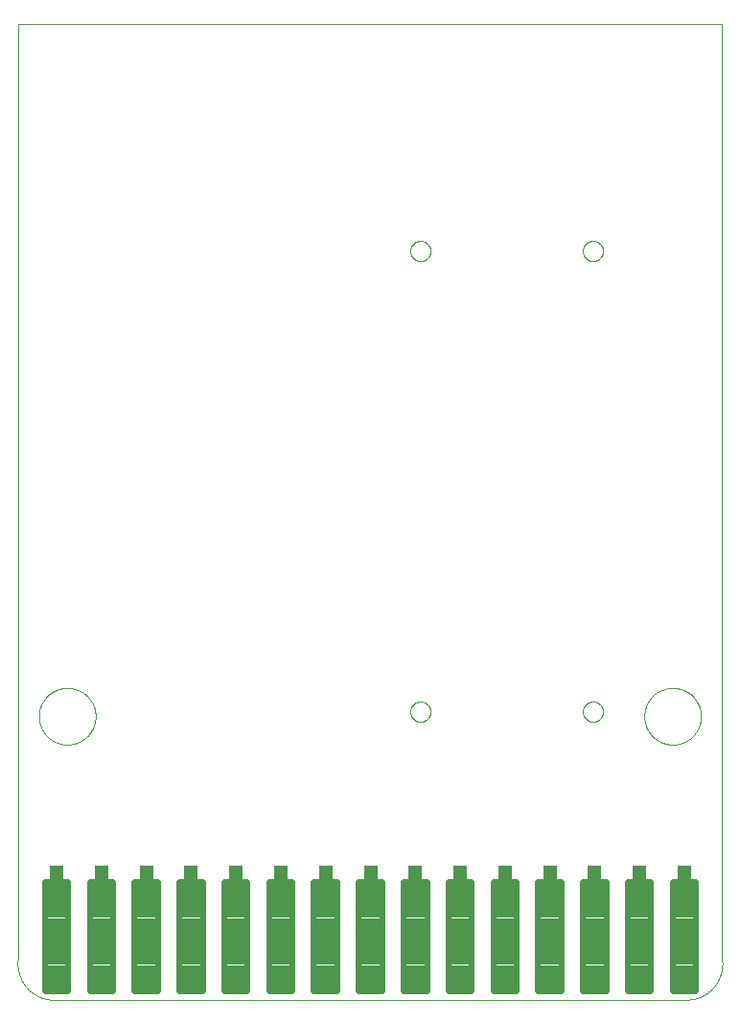
<source format=gtp>
G75*
%MOIN*%
%OFA0B0*%
%FSLAX25Y25*%
%IPPOS*%
%LPD*%
%AMOC8*
5,1,8,0,0,1.08239X$1,22.5*
%
%ADD10C,0.00000*%
%ADD11R,0.05000X0.05000*%
%ADD12C,0.02047*%
D10*
X0067595Y0047713D02*
X0067595Y0372634D01*
X0312516Y0372634D01*
X0312516Y0047713D01*
X0312517Y0047713D02*
X0312543Y0047410D01*
X0312563Y0047106D01*
X0312574Y0046802D01*
X0312579Y0046498D01*
X0312576Y0046194D01*
X0312566Y0045889D01*
X0312548Y0045586D01*
X0312524Y0045282D01*
X0312491Y0044980D01*
X0312452Y0044678D01*
X0312405Y0044377D01*
X0312351Y0044078D01*
X0312290Y0043780D01*
X0312221Y0043483D01*
X0312146Y0043189D01*
X0312063Y0042896D01*
X0311973Y0042605D01*
X0311877Y0042317D01*
X0311773Y0042030D01*
X0311663Y0041747D01*
X0311545Y0041466D01*
X0311421Y0041188D01*
X0311290Y0040914D01*
X0311153Y0040642D01*
X0311009Y0040374D01*
X0310859Y0040109D01*
X0310702Y0039849D01*
X0310539Y0039592D01*
X0310370Y0039339D01*
X0310195Y0039090D01*
X0310013Y0038845D01*
X0309826Y0038605D01*
X0309634Y0038370D01*
X0309435Y0038139D01*
X0309231Y0037913D01*
X0309022Y0037692D01*
X0308808Y0037477D01*
X0308588Y0037266D01*
X0308363Y0037061D01*
X0308133Y0036861D01*
X0307899Y0036667D01*
X0307660Y0036479D01*
X0307417Y0036296D01*
X0307169Y0036120D01*
X0306917Y0035949D01*
X0306661Y0035785D01*
X0306401Y0035627D01*
X0306137Y0035475D01*
X0305870Y0035330D01*
X0305599Y0035191D01*
X0305325Y0035058D01*
X0305048Y0034933D01*
X0304768Y0034814D01*
X0304485Y0034702D01*
X0304199Y0034596D01*
X0303911Y0034498D01*
X0303621Y0034407D01*
X0303329Y0034322D01*
X0303034Y0034245D01*
X0302738Y0034175D01*
X0302440Y0034112D01*
X0302141Y0034057D01*
X0301841Y0034008D01*
X0301539Y0033967D01*
X0301237Y0033933D01*
X0078875Y0033933D01*
X0078568Y0033968D01*
X0078262Y0034010D01*
X0077957Y0034059D01*
X0077653Y0034116D01*
X0077351Y0034180D01*
X0077050Y0034252D01*
X0076751Y0034331D01*
X0076455Y0034418D01*
X0076160Y0034512D01*
X0075868Y0034612D01*
X0075578Y0034720D01*
X0075292Y0034836D01*
X0075008Y0034958D01*
X0074727Y0035087D01*
X0074449Y0035223D01*
X0074175Y0035365D01*
X0073905Y0035515D01*
X0073638Y0035671D01*
X0073375Y0035833D01*
X0073116Y0036002D01*
X0072861Y0036177D01*
X0072611Y0036358D01*
X0072365Y0036546D01*
X0072124Y0036739D01*
X0071888Y0036939D01*
X0071657Y0037144D01*
X0071431Y0037354D01*
X0071210Y0037570D01*
X0070994Y0037792D01*
X0070784Y0038018D01*
X0070580Y0038250D01*
X0070381Y0038487D01*
X0070188Y0038729D01*
X0070002Y0038975D01*
X0069821Y0039225D01*
X0069646Y0039480D01*
X0069478Y0039740D01*
X0069316Y0040003D01*
X0069161Y0040270D01*
X0069012Y0040541D01*
X0068870Y0040816D01*
X0068735Y0041094D01*
X0068607Y0041375D01*
X0068485Y0041659D01*
X0068371Y0041946D01*
X0068264Y0042236D01*
X0068164Y0042528D01*
X0068071Y0042823D01*
X0067985Y0043120D01*
X0067907Y0043419D01*
X0067835Y0043720D01*
X0067772Y0044022D01*
X0067716Y0044326D01*
X0067667Y0044631D01*
X0067626Y0044937D01*
X0067592Y0045245D01*
X0067566Y0045553D01*
X0067547Y0045861D01*
X0067536Y0046170D01*
X0067533Y0046479D01*
X0067537Y0046788D01*
X0067549Y0047097D01*
X0067568Y0047405D01*
X0067595Y0047713D01*
X0074937Y0132358D02*
X0074940Y0132600D01*
X0074949Y0132841D01*
X0074964Y0133082D01*
X0074984Y0133323D01*
X0075011Y0133563D01*
X0075044Y0133802D01*
X0075082Y0134041D01*
X0075126Y0134278D01*
X0075176Y0134515D01*
X0075232Y0134750D01*
X0075294Y0134983D01*
X0075361Y0135215D01*
X0075434Y0135446D01*
X0075512Y0135674D01*
X0075597Y0135900D01*
X0075686Y0136125D01*
X0075781Y0136347D01*
X0075882Y0136566D01*
X0075988Y0136784D01*
X0076099Y0136998D01*
X0076216Y0137210D01*
X0076337Y0137418D01*
X0076464Y0137624D01*
X0076596Y0137826D01*
X0076733Y0138026D01*
X0076874Y0138221D01*
X0077020Y0138414D01*
X0077171Y0138602D01*
X0077327Y0138787D01*
X0077487Y0138968D01*
X0077651Y0139145D01*
X0077820Y0139318D01*
X0077993Y0139487D01*
X0078170Y0139651D01*
X0078351Y0139811D01*
X0078536Y0139967D01*
X0078724Y0140118D01*
X0078917Y0140264D01*
X0079112Y0140405D01*
X0079312Y0140542D01*
X0079514Y0140674D01*
X0079720Y0140801D01*
X0079928Y0140922D01*
X0080140Y0141039D01*
X0080354Y0141150D01*
X0080572Y0141256D01*
X0080791Y0141357D01*
X0081013Y0141452D01*
X0081238Y0141541D01*
X0081464Y0141626D01*
X0081692Y0141704D01*
X0081923Y0141777D01*
X0082155Y0141844D01*
X0082388Y0141906D01*
X0082623Y0141962D01*
X0082860Y0142012D01*
X0083097Y0142056D01*
X0083336Y0142094D01*
X0083575Y0142127D01*
X0083815Y0142154D01*
X0084056Y0142174D01*
X0084297Y0142189D01*
X0084538Y0142198D01*
X0084780Y0142201D01*
X0085022Y0142198D01*
X0085263Y0142189D01*
X0085504Y0142174D01*
X0085745Y0142154D01*
X0085985Y0142127D01*
X0086224Y0142094D01*
X0086463Y0142056D01*
X0086700Y0142012D01*
X0086937Y0141962D01*
X0087172Y0141906D01*
X0087405Y0141844D01*
X0087637Y0141777D01*
X0087868Y0141704D01*
X0088096Y0141626D01*
X0088322Y0141541D01*
X0088547Y0141452D01*
X0088769Y0141357D01*
X0088988Y0141256D01*
X0089206Y0141150D01*
X0089420Y0141039D01*
X0089632Y0140922D01*
X0089840Y0140801D01*
X0090046Y0140674D01*
X0090248Y0140542D01*
X0090448Y0140405D01*
X0090643Y0140264D01*
X0090836Y0140118D01*
X0091024Y0139967D01*
X0091209Y0139811D01*
X0091390Y0139651D01*
X0091567Y0139487D01*
X0091740Y0139318D01*
X0091909Y0139145D01*
X0092073Y0138968D01*
X0092233Y0138787D01*
X0092389Y0138602D01*
X0092540Y0138414D01*
X0092686Y0138221D01*
X0092827Y0138026D01*
X0092964Y0137826D01*
X0093096Y0137624D01*
X0093223Y0137418D01*
X0093344Y0137210D01*
X0093461Y0136998D01*
X0093572Y0136784D01*
X0093678Y0136566D01*
X0093779Y0136347D01*
X0093874Y0136125D01*
X0093963Y0135900D01*
X0094048Y0135674D01*
X0094126Y0135446D01*
X0094199Y0135215D01*
X0094266Y0134983D01*
X0094328Y0134750D01*
X0094384Y0134515D01*
X0094434Y0134278D01*
X0094478Y0134041D01*
X0094516Y0133802D01*
X0094549Y0133563D01*
X0094576Y0133323D01*
X0094596Y0133082D01*
X0094611Y0132841D01*
X0094620Y0132600D01*
X0094623Y0132358D01*
X0094620Y0132116D01*
X0094611Y0131875D01*
X0094596Y0131634D01*
X0094576Y0131393D01*
X0094549Y0131153D01*
X0094516Y0130914D01*
X0094478Y0130675D01*
X0094434Y0130438D01*
X0094384Y0130201D01*
X0094328Y0129966D01*
X0094266Y0129733D01*
X0094199Y0129501D01*
X0094126Y0129270D01*
X0094048Y0129042D01*
X0093963Y0128816D01*
X0093874Y0128591D01*
X0093779Y0128369D01*
X0093678Y0128150D01*
X0093572Y0127932D01*
X0093461Y0127718D01*
X0093344Y0127506D01*
X0093223Y0127298D01*
X0093096Y0127092D01*
X0092964Y0126890D01*
X0092827Y0126690D01*
X0092686Y0126495D01*
X0092540Y0126302D01*
X0092389Y0126114D01*
X0092233Y0125929D01*
X0092073Y0125748D01*
X0091909Y0125571D01*
X0091740Y0125398D01*
X0091567Y0125229D01*
X0091390Y0125065D01*
X0091209Y0124905D01*
X0091024Y0124749D01*
X0090836Y0124598D01*
X0090643Y0124452D01*
X0090448Y0124311D01*
X0090248Y0124174D01*
X0090046Y0124042D01*
X0089840Y0123915D01*
X0089632Y0123794D01*
X0089420Y0123677D01*
X0089206Y0123566D01*
X0088988Y0123460D01*
X0088769Y0123359D01*
X0088547Y0123264D01*
X0088322Y0123175D01*
X0088096Y0123090D01*
X0087868Y0123012D01*
X0087637Y0122939D01*
X0087405Y0122872D01*
X0087172Y0122810D01*
X0086937Y0122754D01*
X0086700Y0122704D01*
X0086463Y0122660D01*
X0086224Y0122622D01*
X0085985Y0122589D01*
X0085745Y0122562D01*
X0085504Y0122542D01*
X0085263Y0122527D01*
X0085022Y0122518D01*
X0084780Y0122515D01*
X0084538Y0122518D01*
X0084297Y0122527D01*
X0084056Y0122542D01*
X0083815Y0122562D01*
X0083575Y0122589D01*
X0083336Y0122622D01*
X0083097Y0122660D01*
X0082860Y0122704D01*
X0082623Y0122754D01*
X0082388Y0122810D01*
X0082155Y0122872D01*
X0081923Y0122939D01*
X0081692Y0123012D01*
X0081464Y0123090D01*
X0081238Y0123175D01*
X0081013Y0123264D01*
X0080791Y0123359D01*
X0080572Y0123460D01*
X0080354Y0123566D01*
X0080140Y0123677D01*
X0079928Y0123794D01*
X0079720Y0123915D01*
X0079514Y0124042D01*
X0079312Y0124174D01*
X0079112Y0124311D01*
X0078917Y0124452D01*
X0078724Y0124598D01*
X0078536Y0124749D01*
X0078351Y0124905D01*
X0078170Y0125065D01*
X0077993Y0125229D01*
X0077820Y0125398D01*
X0077651Y0125571D01*
X0077487Y0125748D01*
X0077327Y0125929D01*
X0077171Y0126114D01*
X0077020Y0126302D01*
X0076874Y0126495D01*
X0076733Y0126690D01*
X0076596Y0126890D01*
X0076464Y0127092D01*
X0076337Y0127298D01*
X0076216Y0127506D01*
X0076099Y0127718D01*
X0075988Y0127932D01*
X0075882Y0128150D01*
X0075781Y0128369D01*
X0075686Y0128591D01*
X0075597Y0128816D01*
X0075512Y0129042D01*
X0075434Y0129270D01*
X0075361Y0129501D01*
X0075294Y0129733D01*
X0075232Y0129966D01*
X0075176Y0130201D01*
X0075126Y0130438D01*
X0075082Y0130675D01*
X0075044Y0130914D01*
X0075011Y0131153D01*
X0074984Y0131393D01*
X0074964Y0131634D01*
X0074949Y0131875D01*
X0074940Y0132116D01*
X0074937Y0132358D01*
X0204095Y0133933D02*
X0204097Y0134051D01*
X0204103Y0134169D01*
X0204113Y0134287D01*
X0204127Y0134404D01*
X0204145Y0134521D01*
X0204167Y0134638D01*
X0204192Y0134753D01*
X0204222Y0134867D01*
X0204256Y0134981D01*
X0204293Y0135093D01*
X0204334Y0135204D01*
X0204379Y0135313D01*
X0204427Y0135421D01*
X0204479Y0135527D01*
X0204535Y0135632D01*
X0204594Y0135734D01*
X0204656Y0135834D01*
X0204722Y0135932D01*
X0204791Y0136028D01*
X0204864Y0136122D01*
X0204939Y0136213D01*
X0205018Y0136301D01*
X0205099Y0136387D01*
X0205184Y0136470D01*
X0205271Y0136550D01*
X0205360Y0136627D01*
X0205453Y0136701D01*
X0205547Y0136771D01*
X0205644Y0136839D01*
X0205744Y0136903D01*
X0205845Y0136964D01*
X0205948Y0137021D01*
X0206054Y0137075D01*
X0206161Y0137126D01*
X0206269Y0137172D01*
X0206379Y0137215D01*
X0206491Y0137254D01*
X0206604Y0137290D01*
X0206718Y0137321D01*
X0206833Y0137349D01*
X0206948Y0137373D01*
X0207065Y0137393D01*
X0207182Y0137409D01*
X0207300Y0137421D01*
X0207418Y0137429D01*
X0207536Y0137433D01*
X0207654Y0137433D01*
X0207772Y0137429D01*
X0207890Y0137421D01*
X0208008Y0137409D01*
X0208125Y0137393D01*
X0208242Y0137373D01*
X0208357Y0137349D01*
X0208472Y0137321D01*
X0208586Y0137290D01*
X0208699Y0137254D01*
X0208811Y0137215D01*
X0208921Y0137172D01*
X0209029Y0137126D01*
X0209136Y0137075D01*
X0209242Y0137021D01*
X0209345Y0136964D01*
X0209446Y0136903D01*
X0209546Y0136839D01*
X0209643Y0136771D01*
X0209737Y0136701D01*
X0209830Y0136627D01*
X0209919Y0136550D01*
X0210006Y0136470D01*
X0210091Y0136387D01*
X0210172Y0136301D01*
X0210251Y0136213D01*
X0210326Y0136122D01*
X0210399Y0136028D01*
X0210468Y0135932D01*
X0210534Y0135834D01*
X0210596Y0135734D01*
X0210655Y0135632D01*
X0210711Y0135527D01*
X0210763Y0135421D01*
X0210811Y0135313D01*
X0210856Y0135204D01*
X0210897Y0135093D01*
X0210934Y0134981D01*
X0210968Y0134867D01*
X0210998Y0134753D01*
X0211023Y0134638D01*
X0211045Y0134521D01*
X0211063Y0134404D01*
X0211077Y0134287D01*
X0211087Y0134169D01*
X0211093Y0134051D01*
X0211095Y0133933D01*
X0211093Y0133815D01*
X0211087Y0133697D01*
X0211077Y0133579D01*
X0211063Y0133462D01*
X0211045Y0133345D01*
X0211023Y0133228D01*
X0210998Y0133113D01*
X0210968Y0132999D01*
X0210934Y0132885D01*
X0210897Y0132773D01*
X0210856Y0132662D01*
X0210811Y0132553D01*
X0210763Y0132445D01*
X0210711Y0132339D01*
X0210655Y0132234D01*
X0210596Y0132132D01*
X0210534Y0132032D01*
X0210468Y0131934D01*
X0210399Y0131838D01*
X0210326Y0131744D01*
X0210251Y0131653D01*
X0210172Y0131565D01*
X0210091Y0131479D01*
X0210006Y0131396D01*
X0209919Y0131316D01*
X0209830Y0131239D01*
X0209737Y0131165D01*
X0209643Y0131095D01*
X0209546Y0131027D01*
X0209446Y0130963D01*
X0209345Y0130902D01*
X0209242Y0130845D01*
X0209136Y0130791D01*
X0209029Y0130740D01*
X0208921Y0130694D01*
X0208811Y0130651D01*
X0208699Y0130612D01*
X0208586Y0130576D01*
X0208472Y0130545D01*
X0208357Y0130517D01*
X0208242Y0130493D01*
X0208125Y0130473D01*
X0208008Y0130457D01*
X0207890Y0130445D01*
X0207772Y0130437D01*
X0207654Y0130433D01*
X0207536Y0130433D01*
X0207418Y0130437D01*
X0207300Y0130445D01*
X0207182Y0130457D01*
X0207065Y0130473D01*
X0206948Y0130493D01*
X0206833Y0130517D01*
X0206718Y0130545D01*
X0206604Y0130576D01*
X0206491Y0130612D01*
X0206379Y0130651D01*
X0206269Y0130694D01*
X0206161Y0130740D01*
X0206054Y0130791D01*
X0205948Y0130845D01*
X0205845Y0130902D01*
X0205744Y0130963D01*
X0205644Y0131027D01*
X0205547Y0131095D01*
X0205453Y0131165D01*
X0205360Y0131239D01*
X0205271Y0131316D01*
X0205184Y0131396D01*
X0205099Y0131479D01*
X0205018Y0131565D01*
X0204939Y0131653D01*
X0204864Y0131744D01*
X0204791Y0131838D01*
X0204722Y0131934D01*
X0204656Y0132032D01*
X0204594Y0132132D01*
X0204535Y0132234D01*
X0204479Y0132339D01*
X0204427Y0132445D01*
X0204379Y0132553D01*
X0204334Y0132662D01*
X0204293Y0132773D01*
X0204256Y0132885D01*
X0204222Y0132999D01*
X0204192Y0133113D01*
X0204167Y0133228D01*
X0204145Y0133345D01*
X0204127Y0133462D01*
X0204113Y0133579D01*
X0204103Y0133697D01*
X0204097Y0133815D01*
X0204095Y0133933D01*
X0264095Y0133933D02*
X0264097Y0134051D01*
X0264103Y0134169D01*
X0264113Y0134287D01*
X0264127Y0134404D01*
X0264145Y0134521D01*
X0264167Y0134638D01*
X0264192Y0134753D01*
X0264222Y0134867D01*
X0264256Y0134981D01*
X0264293Y0135093D01*
X0264334Y0135204D01*
X0264379Y0135313D01*
X0264427Y0135421D01*
X0264479Y0135527D01*
X0264535Y0135632D01*
X0264594Y0135734D01*
X0264656Y0135834D01*
X0264722Y0135932D01*
X0264791Y0136028D01*
X0264864Y0136122D01*
X0264939Y0136213D01*
X0265018Y0136301D01*
X0265099Y0136387D01*
X0265184Y0136470D01*
X0265271Y0136550D01*
X0265360Y0136627D01*
X0265453Y0136701D01*
X0265547Y0136771D01*
X0265644Y0136839D01*
X0265744Y0136903D01*
X0265845Y0136964D01*
X0265948Y0137021D01*
X0266054Y0137075D01*
X0266161Y0137126D01*
X0266269Y0137172D01*
X0266379Y0137215D01*
X0266491Y0137254D01*
X0266604Y0137290D01*
X0266718Y0137321D01*
X0266833Y0137349D01*
X0266948Y0137373D01*
X0267065Y0137393D01*
X0267182Y0137409D01*
X0267300Y0137421D01*
X0267418Y0137429D01*
X0267536Y0137433D01*
X0267654Y0137433D01*
X0267772Y0137429D01*
X0267890Y0137421D01*
X0268008Y0137409D01*
X0268125Y0137393D01*
X0268242Y0137373D01*
X0268357Y0137349D01*
X0268472Y0137321D01*
X0268586Y0137290D01*
X0268699Y0137254D01*
X0268811Y0137215D01*
X0268921Y0137172D01*
X0269029Y0137126D01*
X0269136Y0137075D01*
X0269242Y0137021D01*
X0269345Y0136964D01*
X0269446Y0136903D01*
X0269546Y0136839D01*
X0269643Y0136771D01*
X0269737Y0136701D01*
X0269830Y0136627D01*
X0269919Y0136550D01*
X0270006Y0136470D01*
X0270091Y0136387D01*
X0270172Y0136301D01*
X0270251Y0136213D01*
X0270326Y0136122D01*
X0270399Y0136028D01*
X0270468Y0135932D01*
X0270534Y0135834D01*
X0270596Y0135734D01*
X0270655Y0135632D01*
X0270711Y0135527D01*
X0270763Y0135421D01*
X0270811Y0135313D01*
X0270856Y0135204D01*
X0270897Y0135093D01*
X0270934Y0134981D01*
X0270968Y0134867D01*
X0270998Y0134753D01*
X0271023Y0134638D01*
X0271045Y0134521D01*
X0271063Y0134404D01*
X0271077Y0134287D01*
X0271087Y0134169D01*
X0271093Y0134051D01*
X0271095Y0133933D01*
X0271093Y0133815D01*
X0271087Y0133697D01*
X0271077Y0133579D01*
X0271063Y0133462D01*
X0271045Y0133345D01*
X0271023Y0133228D01*
X0270998Y0133113D01*
X0270968Y0132999D01*
X0270934Y0132885D01*
X0270897Y0132773D01*
X0270856Y0132662D01*
X0270811Y0132553D01*
X0270763Y0132445D01*
X0270711Y0132339D01*
X0270655Y0132234D01*
X0270596Y0132132D01*
X0270534Y0132032D01*
X0270468Y0131934D01*
X0270399Y0131838D01*
X0270326Y0131744D01*
X0270251Y0131653D01*
X0270172Y0131565D01*
X0270091Y0131479D01*
X0270006Y0131396D01*
X0269919Y0131316D01*
X0269830Y0131239D01*
X0269737Y0131165D01*
X0269643Y0131095D01*
X0269546Y0131027D01*
X0269446Y0130963D01*
X0269345Y0130902D01*
X0269242Y0130845D01*
X0269136Y0130791D01*
X0269029Y0130740D01*
X0268921Y0130694D01*
X0268811Y0130651D01*
X0268699Y0130612D01*
X0268586Y0130576D01*
X0268472Y0130545D01*
X0268357Y0130517D01*
X0268242Y0130493D01*
X0268125Y0130473D01*
X0268008Y0130457D01*
X0267890Y0130445D01*
X0267772Y0130437D01*
X0267654Y0130433D01*
X0267536Y0130433D01*
X0267418Y0130437D01*
X0267300Y0130445D01*
X0267182Y0130457D01*
X0267065Y0130473D01*
X0266948Y0130493D01*
X0266833Y0130517D01*
X0266718Y0130545D01*
X0266604Y0130576D01*
X0266491Y0130612D01*
X0266379Y0130651D01*
X0266269Y0130694D01*
X0266161Y0130740D01*
X0266054Y0130791D01*
X0265948Y0130845D01*
X0265845Y0130902D01*
X0265744Y0130963D01*
X0265644Y0131027D01*
X0265547Y0131095D01*
X0265453Y0131165D01*
X0265360Y0131239D01*
X0265271Y0131316D01*
X0265184Y0131396D01*
X0265099Y0131479D01*
X0265018Y0131565D01*
X0264939Y0131653D01*
X0264864Y0131744D01*
X0264791Y0131838D01*
X0264722Y0131934D01*
X0264656Y0132032D01*
X0264594Y0132132D01*
X0264535Y0132234D01*
X0264479Y0132339D01*
X0264427Y0132445D01*
X0264379Y0132553D01*
X0264334Y0132662D01*
X0264293Y0132773D01*
X0264256Y0132885D01*
X0264222Y0132999D01*
X0264192Y0133113D01*
X0264167Y0133228D01*
X0264145Y0133345D01*
X0264127Y0133462D01*
X0264113Y0133579D01*
X0264103Y0133697D01*
X0264097Y0133815D01*
X0264095Y0133933D01*
X0285488Y0132358D02*
X0285491Y0132600D01*
X0285500Y0132841D01*
X0285515Y0133082D01*
X0285535Y0133323D01*
X0285562Y0133563D01*
X0285595Y0133802D01*
X0285633Y0134041D01*
X0285677Y0134278D01*
X0285727Y0134515D01*
X0285783Y0134750D01*
X0285845Y0134983D01*
X0285912Y0135215D01*
X0285985Y0135446D01*
X0286063Y0135674D01*
X0286148Y0135900D01*
X0286237Y0136125D01*
X0286332Y0136347D01*
X0286433Y0136566D01*
X0286539Y0136784D01*
X0286650Y0136998D01*
X0286767Y0137210D01*
X0286888Y0137418D01*
X0287015Y0137624D01*
X0287147Y0137826D01*
X0287284Y0138026D01*
X0287425Y0138221D01*
X0287571Y0138414D01*
X0287722Y0138602D01*
X0287878Y0138787D01*
X0288038Y0138968D01*
X0288202Y0139145D01*
X0288371Y0139318D01*
X0288544Y0139487D01*
X0288721Y0139651D01*
X0288902Y0139811D01*
X0289087Y0139967D01*
X0289275Y0140118D01*
X0289468Y0140264D01*
X0289663Y0140405D01*
X0289863Y0140542D01*
X0290065Y0140674D01*
X0290271Y0140801D01*
X0290479Y0140922D01*
X0290691Y0141039D01*
X0290905Y0141150D01*
X0291123Y0141256D01*
X0291342Y0141357D01*
X0291564Y0141452D01*
X0291789Y0141541D01*
X0292015Y0141626D01*
X0292243Y0141704D01*
X0292474Y0141777D01*
X0292706Y0141844D01*
X0292939Y0141906D01*
X0293174Y0141962D01*
X0293411Y0142012D01*
X0293648Y0142056D01*
X0293887Y0142094D01*
X0294126Y0142127D01*
X0294366Y0142154D01*
X0294607Y0142174D01*
X0294848Y0142189D01*
X0295089Y0142198D01*
X0295331Y0142201D01*
X0295573Y0142198D01*
X0295814Y0142189D01*
X0296055Y0142174D01*
X0296296Y0142154D01*
X0296536Y0142127D01*
X0296775Y0142094D01*
X0297014Y0142056D01*
X0297251Y0142012D01*
X0297488Y0141962D01*
X0297723Y0141906D01*
X0297956Y0141844D01*
X0298188Y0141777D01*
X0298419Y0141704D01*
X0298647Y0141626D01*
X0298873Y0141541D01*
X0299098Y0141452D01*
X0299320Y0141357D01*
X0299539Y0141256D01*
X0299757Y0141150D01*
X0299971Y0141039D01*
X0300183Y0140922D01*
X0300391Y0140801D01*
X0300597Y0140674D01*
X0300799Y0140542D01*
X0300999Y0140405D01*
X0301194Y0140264D01*
X0301387Y0140118D01*
X0301575Y0139967D01*
X0301760Y0139811D01*
X0301941Y0139651D01*
X0302118Y0139487D01*
X0302291Y0139318D01*
X0302460Y0139145D01*
X0302624Y0138968D01*
X0302784Y0138787D01*
X0302940Y0138602D01*
X0303091Y0138414D01*
X0303237Y0138221D01*
X0303378Y0138026D01*
X0303515Y0137826D01*
X0303647Y0137624D01*
X0303774Y0137418D01*
X0303895Y0137210D01*
X0304012Y0136998D01*
X0304123Y0136784D01*
X0304229Y0136566D01*
X0304330Y0136347D01*
X0304425Y0136125D01*
X0304514Y0135900D01*
X0304599Y0135674D01*
X0304677Y0135446D01*
X0304750Y0135215D01*
X0304817Y0134983D01*
X0304879Y0134750D01*
X0304935Y0134515D01*
X0304985Y0134278D01*
X0305029Y0134041D01*
X0305067Y0133802D01*
X0305100Y0133563D01*
X0305127Y0133323D01*
X0305147Y0133082D01*
X0305162Y0132841D01*
X0305171Y0132600D01*
X0305174Y0132358D01*
X0305171Y0132116D01*
X0305162Y0131875D01*
X0305147Y0131634D01*
X0305127Y0131393D01*
X0305100Y0131153D01*
X0305067Y0130914D01*
X0305029Y0130675D01*
X0304985Y0130438D01*
X0304935Y0130201D01*
X0304879Y0129966D01*
X0304817Y0129733D01*
X0304750Y0129501D01*
X0304677Y0129270D01*
X0304599Y0129042D01*
X0304514Y0128816D01*
X0304425Y0128591D01*
X0304330Y0128369D01*
X0304229Y0128150D01*
X0304123Y0127932D01*
X0304012Y0127718D01*
X0303895Y0127506D01*
X0303774Y0127298D01*
X0303647Y0127092D01*
X0303515Y0126890D01*
X0303378Y0126690D01*
X0303237Y0126495D01*
X0303091Y0126302D01*
X0302940Y0126114D01*
X0302784Y0125929D01*
X0302624Y0125748D01*
X0302460Y0125571D01*
X0302291Y0125398D01*
X0302118Y0125229D01*
X0301941Y0125065D01*
X0301760Y0124905D01*
X0301575Y0124749D01*
X0301387Y0124598D01*
X0301194Y0124452D01*
X0300999Y0124311D01*
X0300799Y0124174D01*
X0300597Y0124042D01*
X0300391Y0123915D01*
X0300183Y0123794D01*
X0299971Y0123677D01*
X0299757Y0123566D01*
X0299539Y0123460D01*
X0299320Y0123359D01*
X0299098Y0123264D01*
X0298873Y0123175D01*
X0298647Y0123090D01*
X0298419Y0123012D01*
X0298188Y0122939D01*
X0297956Y0122872D01*
X0297723Y0122810D01*
X0297488Y0122754D01*
X0297251Y0122704D01*
X0297014Y0122660D01*
X0296775Y0122622D01*
X0296536Y0122589D01*
X0296296Y0122562D01*
X0296055Y0122542D01*
X0295814Y0122527D01*
X0295573Y0122518D01*
X0295331Y0122515D01*
X0295089Y0122518D01*
X0294848Y0122527D01*
X0294607Y0122542D01*
X0294366Y0122562D01*
X0294126Y0122589D01*
X0293887Y0122622D01*
X0293648Y0122660D01*
X0293411Y0122704D01*
X0293174Y0122754D01*
X0292939Y0122810D01*
X0292706Y0122872D01*
X0292474Y0122939D01*
X0292243Y0123012D01*
X0292015Y0123090D01*
X0291789Y0123175D01*
X0291564Y0123264D01*
X0291342Y0123359D01*
X0291123Y0123460D01*
X0290905Y0123566D01*
X0290691Y0123677D01*
X0290479Y0123794D01*
X0290271Y0123915D01*
X0290065Y0124042D01*
X0289863Y0124174D01*
X0289663Y0124311D01*
X0289468Y0124452D01*
X0289275Y0124598D01*
X0289087Y0124749D01*
X0288902Y0124905D01*
X0288721Y0125065D01*
X0288544Y0125229D01*
X0288371Y0125398D01*
X0288202Y0125571D01*
X0288038Y0125748D01*
X0287878Y0125929D01*
X0287722Y0126114D01*
X0287571Y0126302D01*
X0287425Y0126495D01*
X0287284Y0126690D01*
X0287147Y0126890D01*
X0287015Y0127092D01*
X0286888Y0127298D01*
X0286767Y0127506D01*
X0286650Y0127718D01*
X0286539Y0127932D01*
X0286433Y0128150D01*
X0286332Y0128369D01*
X0286237Y0128591D01*
X0286148Y0128816D01*
X0286063Y0129042D01*
X0285985Y0129270D01*
X0285912Y0129501D01*
X0285845Y0129733D01*
X0285783Y0129966D01*
X0285727Y0130201D01*
X0285677Y0130438D01*
X0285633Y0130675D01*
X0285595Y0130914D01*
X0285562Y0131153D01*
X0285535Y0131393D01*
X0285515Y0131634D01*
X0285500Y0131875D01*
X0285491Y0132116D01*
X0285488Y0132358D01*
X0264095Y0293933D02*
X0264097Y0294051D01*
X0264103Y0294169D01*
X0264113Y0294287D01*
X0264127Y0294404D01*
X0264145Y0294521D01*
X0264167Y0294638D01*
X0264192Y0294753D01*
X0264222Y0294867D01*
X0264256Y0294981D01*
X0264293Y0295093D01*
X0264334Y0295204D01*
X0264379Y0295313D01*
X0264427Y0295421D01*
X0264479Y0295527D01*
X0264535Y0295632D01*
X0264594Y0295734D01*
X0264656Y0295834D01*
X0264722Y0295932D01*
X0264791Y0296028D01*
X0264864Y0296122D01*
X0264939Y0296213D01*
X0265018Y0296301D01*
X0265099Y0296387D01*
X0265184Y0296470D01*
X0265271Y0296550D01*
X0265360Y0296627D01*
X0265453Y0296701D01*
X0265547Y0296771D01*
X0265644Y0296839D01*
X0265744Y0296903D01*
X0265845Y0296964D01*
X0265948Y0297021D01*
X0266054Y0297075D01*
X0266161Y0297126D01*
X0266269Y0297172D01*
X0266379Y0297215D01*
X0266491Y0297254D01*
X0266604Y0297290D01*
X0266718Y0297321D01*
X0266833Y0297349D01*
X0266948Y0297373D01*
X0267065Y0297393D01*
X0267182Y0297409D01*
X0267300Y0297421D01*
X0267418Y0297429D01*
X0267536Y0297433D01*
X0267654Y0297433D01*
X0267772Y0297429D01*
X0267890Y0297421D01*
X0268008Y0297409D01*
X0268125Y0297393D01*
X0268242Y0297373D01*
X0268357Y0297349D01*
X0268472Y0297321D01*
X0268586Y0297290D01*
X0268699Y0297254D01*
X0268811Y0297215D01*
X0268921Y0297172D01*
X0269029Y0297126D01*
X0269136Y0297075D01*
X0269242Y0297021D01*
X0269345Y0296964D01*
X0269446Y0296903D01*
X0269546Y0296839D01*
X0269643Y0296771D01*
X0269737Y0296701D01*
X0269830Y0296627D01*
X0269919Y0296550D01*
X0270006Y0296470D01*
X0270091Y0296387D01*
X0270172Y0296301D01*
X0270251Y0296213D01*
X0270326Y0296122D01*
X0270399Y0296028D01*
X0270468Y0295932D01*
X0270534Y0295834D01*
X0270596Y0295734D01*
X0270655Y0295632D01*
X0270711Y0295527D01*
X0270763Y0295421D01*
X0270811Y0295313D01*
X0270856Y0295204D01*
X0270897Y0295093D01*
X0270934Y0294981D01*
X0270968Y0294867D01*
X0270998Y0294753D01*
X0271023Y0294638D01*
X0271045Y0294521D01*
X0271063Y0294404D01*
X0271077Y0294287D01*
X0271087Y0294169D01*
X0271093Y0294051D01*
X0271095Y0293933D01*
X0271093Y0293815D01*
X0271087Y0293697D01*
X0271077Y0293579D01*
X0271063Y0293462D01*
X0271045Y0293345D01*
X0271023Y0293228D01*
X0270998Y0293113D01*
X0270968Y0292999D01*
X0270934Y0292885D01*
X0270897Y0292773D01*
X0270856Y0292662D01*
X0270811Y0292553D01*
X0270763Y0292445D01*
X0270711Y0292339D01*
X0270655Y0292234D01*
X0270596Y0292132D01*
X0270534Y0292032D01*
X0270468Y0291934D01*
X0270399Y0291838D01*
X0270326Y0291744D01*
X0270251Y0291653D01*
X0270172Y0291565D01*
X0270091Y0291479D01*
X0270006Y0291396D01*
X0269919Y0291316D01*
X0269830Y0291239D01*
X0269737Y0291165D01*
X0269643Y0291095D01*
X0269546Y0291027D01*
X0269446Y0290963D01*
X0269345Y0290902D01*
X0269242Y0290845D01*
X0269136Y0290791D01*
X0269029Y0290740D01*
X0268921Y0290694D01*
X0268811Y0290651D01*
X0268699Y0290612D01*
X0268586Y0290576D01*
X0268472Y0290545D01*
X0268357Y0290517D01*
X0268242Y0290493D01*
X0268125Y0290473D01*
X0268008Y0290457D01*
X0267890Y0290445D01*
X0267772Y0290437D01*
X0267654Y0290433D01*
X0267536Y0290433D01*
X0267418Y0290437D01*
X0267300Y0290445D01*
X0267182Y0290457D01*
X0267065Y0290473D01*
X0266948Y0290493D01*
X0266833Y0290517D01*
X0266718Y0290545D01*
X0266604Y0290576D01*
X0266491Y0290612D01*
X0266379Y0290651D01*
X0266269Y0290694D01*
X0266161Y0290740D01*
X0266054Y0290791D01*
X0265948Y0290845D01*
X0265845Y0290902D01*
X0265744Y0290963D01*
X0265644Y0291027D01*
X0265547Y0291095D01*
X0265453Y0291165D01*
X0265360Y0291239D01*
X0265271Y0291316D01*
X0265184Y0291396D01*
X0265099Y0291479D01*
X0265018Y0291565D01*
X0264939Y0291653D01*
X0264864Y0291744D01*
X0264791Y0291838D01*
X0264722Y0291934D01*
X0264656Y0292032D01*
X0264594Y0292132D01*
X0264535Y0292234D01*
X0264479Y0292339D01*
X0264427Y0292445D01*
X0264379Y0292553D01*
X0264334Y0292662D01*
X0264293Y0292773D01*
X0264256Y0292885D01*
X0264222Y0292999D01*
X0264192Y0293113D01*
X0264167Y0293228D01*
X0264145Y0293345D01*
X0264127Y0293462D01*
X0264113Y0293579D01*
X0264103Y0293697D01*
X0264097Y0293815D01*
X0264095Y0293933D01*
X0204095Y0293933D02*
X0204097Y0294051D01*
X0204103Y0294169D01*
X0204113Y0294287D01*
X0204127Y0294404D01*
X0204145Y0294521D01*
X0204167Y0294638D01*
X0204192Y0294753D01*
X0204222Y0294867D01*
X0204256Y0294981D01*
X0204293Y0295093D01*
X0204334Y0295204D01*
X0204379Y0295313D01*
X0204427Y0295421D01*
X0204479Y0295527D01*
X0204535Y0295632D01*
X0204594Y0295734D01*
X0204656Y0295834D01*
X0204722Y0295932D01*
X0204791Y0296028D01*
X0204864Y0296122D01*
X0204939Y0296213D01*
X0205018Y0296301D01*
X0205099Y0296387D01*
X0205184Y0296470D01*
X0205271Y0296550D01*
X0205360Y0296627D01*
X0205453Y0296701D01*
X0205547Y0296771D01*
X0205644Y0296839D01*
X0205744Y0296903D01*
X0205845Y0296964D01*
X0205948Y0297021D01*
X0206054Y0297075D01*
X0206161Y0297126D01*
X0206269Y0297172D01*
X0206379Y0297215D01*
X0206491Y0297254D01*
X0206604Y0297290D01*
X0206718Y0297321D01*
X0206833Y0297349D01*
X0206948Y0297373D01*
X0207065Y0297393D01*
X0207182Y0297409D01*
X0207300Y0297421D01*
X0207418Y0297429D01*
X0207536Y0297433D01*
X0207654Y0297433D01*
X0207772Y0297429D01*
X0207890Y0297421D01*
X0208008Y0297409D01*
X0208125Y0297393D01*
X0208242Y0297373D01*
X0208357Y0297349D01*
X0208472Y0297321D01*
X0208586Y0297290D01*
X0208699Y0297254D01*
X0208811Y0297215D01*
X0208921Y0297172D01*
X0209029Y0297126D01*
X0209136Y0297075D01*
X0209242Y0297021D01*
X0209345Y0296964D01*
X0209446Y0296903D01*
X0209546Y0296839D01*
X0209643Y0296771D01*
X0209737Y0296701D01*
X0209830Y0296627D01*
X0209919Y0296550D01*
X0210006Y0296470D01*
X0210091Y0296387D01*
X0210172Y0296301D01*
X0210251Y0296213D01*
X0210326Y0296122D01*
X0210399Y0296028D01*
X0210468Y0295932D01*
X0210534Y0295834D01*
X0210596Y0295734D01*
X0210655Y0295632D01*
X0210711Y0295527D01*
X0210763Y0295421D01*
X0210811Y0295313D01*
X0210856Y0295204D01*
X0210897Y0295093D01*
X0210934Y0294981D01*
X0210968Y0294867D01*
X0210998Y0294753D01*
X0211023Y0294638D01*
X0211045Y0294521D01*
X0211063Y0294404D01*
X0211077Y0294287D01*
X0211087Y0294169D01*
X0211093Y0294051D01*
X0211095Y0293933D01*
X0211093Y0293815D01*
X0211087Y0293697D01*
X0211077Y0293579D01*
X0211063Y0293462D01*
X0211045Y0293345D01*
X0211023Y0293228D01*
X0210998Y0293113D01*
X0210968Y0292999D01*
X0210934Y0292885D01*
X0210897Y0292773D01*
X0210856Y0292662D01*
X0210811Y0292553D01*
X0210763Y0292445D01*
X0210711Y0292339D01*
X0210655Y0292234D01*
X0210596Y0292132D01*
X0210534Y0292032D01*
X0210468Y0291934D01*
X0210399Y0291838D01*
X0210326Y0291744D01*
X0210251Y0291653D01*
X0210172Y0291565D01*
X0210091Y0291479D01*
X0210006Y0291396D01*
X0209919Y0291316D01*
X0209830Y0291239D01*
X0209737Y0291165D01*
X0209643Y0291095D01*
X0209546Y0291027D01*
X0209446Y0290963D01*
X0209345Y0290902D01*
X0209242Y0290845D01*
X0209136Y0290791D01*
X0209029Y0290740D01*
X0208921Y0290694D01*
X0208811Y0290651D01*
X0208699Y0290612D01*
X0208586Y0290576D01*
X0208472Y0290545D01*
X0208357Y0290517D01*
X0208242Y0290493D01*
X0208125Y0290473D01*
X0208008Y0290457D01*
X0207890Y0290445D01*
X0207772Y0290437D01*
X0207654Y0290433D01*
X0207536Y0290433D01*
X0207418Y0290437D01*
X0207300Y0290445D01*
X0207182Y0290457D01*
X0207065Y0290473D01*
X0206948Y0290493D01*
X0206833Y0290517D01*
X0206718Y0290545D01*
X0206604Y0290576D01*
X0206491Y0290612D01*
X0206379Y0290651D01*
X0206269Y0290694D01*
X0206161Y0290740D01*
X0206054Y0290791D01*
X0205948Y0290845D01*
X0205845Y0290902D01*
X0205744Y0290963D01*
X0205644Y0291027D01*
X0205547Y0291095D01*
X0205453Y0291165D01*
X0205360Y0291239D01*
X0205271Y0291316D01*
X0205184Y0291396D01*
X0205099Y0291479D01*
X0205018Y0291565D01*
X0204939Y0291653D01*
X0204864Y0291744D01*
X0204791Y0291838D01*
X0204722Y0291934D01*
X0204656Y0292032D01*
X0204594Y0292132D01*
X0204535Y0292234D01*
X0204479Y0292339D01*
X0204427Y0292445D01*
X0204379Y0292553D01*
X0204334Y0292662D01*
X0204293Y0292773D01*
X0204256Y0292885D01*
X0204222Y0292999D01*
X0204192Y0293113D01*
X0204167Y0293228D01*
X0204145Y0293345D01*
X0204127Y0293462D01*
X0204113Y0293579D01*
X0204103Y0293697D01*
X0204097Y0293815D01*
X0204095Y0293933D01*
D11*
X0205833Y0078211D03*
X0190243Y0078211D03*
X0174652Y0078211D03*
X0159061Y0078211D03*
X0143471Y0078211D03*
X0127880Y0078211D03*
X0112290Y0078211D03*
X0096699Y0078211D03*
X0081109Y0078211D03*
X0221424Y0078211D03*
X0237014Y0078211D03*
X0252605Y0078211D03*
X0268195Y0078211D03*
X0283786Y0078211D03*
X0299376Y0078211D03*
D12*
X0295281Y0074688D02*
X0295281Y0036734D01*
X0295281Y0074688D02*
X0303471Y0074688D01*
X0303471Y0036734D01*
X0295281Y0036734D01*
X0295281Y0038780D02*
X0303471Y0038780D01*
X0303471Y0040826D02*
X0295281Y0040826D01*
X0295281Y0042872D02*
X0303471Y0042872D01*
X0303471Y0044918D02*
X0295281Y0044918D01*
X0295281Y0046964D02*
X0303471Y0046964D01*
X0303471Y0049010D02*
X0295281Y0049010D01*
X0295281Y0051056D02*
X0303471Y0051056D01*
X0303471Y0053102D02*
X0295281Y0053102D01*
X0295281Y0055148D02*
X0303471Y0055148D01*
X0303471Y0057194D02*
X0295281Y0057194D01*
X0295281Y0059240D02*
X0303471Y0059240D01*
X0303471Y0061286D02*
X0295281Y0061286D01*
X0295281Y0063332D02*
X0303471Y0063332D01*
X0303471Y0065378D02*
X0295281Y0065378D01*
X0295281Y0067424D02*
X0303471Y0067424D01*
X0303471Y0069470D02*
X0295281Y0069470D01*
X0295281Y0071516D02*
X0303471Y0071516D01*
X0303471Y0073562D02*
X0295281Y0073562D01*
X0279691Y0074688D02*
X0279691Y0036734D01*
X0279691Y0074688D02*
X0287881Y0074688D01*
X0287881Y0036734D01*
X0279691Y0036734D01*
X0279691Y0038780D02*
X0287881Y0038780D01*
X0287881Y0040826D02*
X0279691Y0040826D01*
X0279691Y0042872D02*
X0287881Y0042872D01*
X0287881Y0044918D02*
X0279691Y0044918D01*
X0279691Y0046964D02*
X0287881Y0046964D01*
X0287881Y0049010D02*
X0279691Y0049010D01*
X0279691Y0051056D02*
X0287881Y0051056D01*
X0287881Y0053102D02*
X0279691Y0053102D01*
X0279691Y0055148D02*
X0287881Y0055148D01*
X0287881Y0057194D02*
X0279691Y0057194D01*
X0279691Y0059240D02*
X0287881Y0059240D01*
X0287881Y0061286D02*
X0279691Y0061286D01*
X0279691Y0063332D02*
X0287881Y0063332D01*
X0287881Y0065378D02*
X0279691Y0065378D01*
X0279691Y0067424D02*
X0287881Y0067424D01*
X0287881Y0069470D02*
X0279691Y0069470D01*
X0279691Y0071516D02*
X0287881Y0071516D01*
X0287881Y0073562D02*
X0279691Y0073562D01*
X0264100Y0074688D02*
X0264100Y0036734D01*
X0264100Y0074688D02*
X0272290Y0074688D01*
X0272290Y0036734D01*
X0264100Y0036734D01*
X0264100Y0038780D02*
X0272290Y0038780D01*
X0272290Y0040826D02*
X0264100Y0040826D01*
X0264100Y0042872D02*
X0272290Y0042872D01*
X0272290Y0044918D02*
X0264100Y0044918D01*
X0264100Y0046964D02*
X0272290Y0046964D01*
X0272290Y0049010D02*
X0264100Y0049010D01*
X0264100Y0051056D02*
X0272290Y0051056D01*
X0272290Y0053102D02*
X0264100Y0053102D01*
X0264100Y0055148D02*
X0272290Y0055148D01*
X0272290Y0057194D02*
X0264100Y0057194D01*
X0264100Y0059240D02*
X0272290Y0059240D01*
X0272290Y0061286D02*
X0264100Y0061286D01*
X0264100Y0063332D02*
X0272290Y0063332D01*
X0272290Y0065378D02*
X0264100Y0065378D01*
X0264100Y0067424D02*
X0272290Y0067424D01*
X0272290Y0069470D02*
X0264100Y0069470D01*
X0264100Y0071516D02*
X0272290Y0071516D01*
X0272290Y0073562D02*
X0264100Y0073562D01*
X0248510Y0074688D02*
X0248510Y0036734D01*
X0248510Y0074688D02*
X0256700Y0074688D01*
X0256700Y0036734D01*
X0248510Y0036734D01*
X0248510Y0038780D02*
X0256700Y0038780D01*
X0256700Y0040826D02*
X0248510Y0040826D01*
X0248510Y0042872D02*
X0256700Y0042872D01*
X0256700Y0044918D02*
X0248510Y0044918D01*
X0248510Y0046964D02*
X0256700Y0046964D01*
X0256700Y0049010D02*
X0248510Y0049010D01*
X0248510Y0051056D02*
X0256700Y0051056D01*
X0256700Y0053102D02*
X0248510Y0053102D01*
X0248510Y0055148D02*
X0256700Y0055148D01*
X0256700Y0057194D02*
X0248510Y0057194D01*
X0248510Y0059240D02*
X0256700Y0059240D01*
X0256700Y0061286D02*
X0248510Y0061286D01*
X0248510Y0063332D02*
X0256700Y0063332D01*
X0256700Y0065378D02*
X0248510Y0065378D01*
X0248510Y0067424D02*
X0256700Y0067424D01*
X0256700Y0069470D02*
X0248510Y0069470D01*
X0248510Y0071516D02*
X0256700Y0071516D01*
X0256700Y0073562D02*
X0248510Y0073562D01*
X0232919Y0074688D02*
X0232919Y0036734D01*
X0232919Y0074688D02*
X0241109Y0074688D01*
X0241109Y0036734D01*
X0232919Y0036734D01*
X0232919Y0038780D02*
X0241109Y0038780D01*
X0241109Y0040826D02*
X0232919Y0040826D01*
X0232919Y0042872D02*
X0241109Y0042872D01*
X0241109Y0044918D02*
X0232919Y0044918D01*
X0232919Y0046964D02*
X0241109Y0046964D01*
X0241109Y0049010D02*
X0232919Y0049010D01*
X0232919Y0051056D02*
X0241109Y0051056D01*
X0241109Y0053102D02*
X0232919Y0053102D01*
X0232919Y0055148D02*
X0241109Y0055148D01*
X0241109Y0057194D02*
X0232919Y0057194D01*
X0232919Y0059240D02*
X0241109Y0059240D01*
X0241109Y0061286D02*
X0232919Y0061286D01*
X0232919Y0063332D02*
X0241109Y0063332D01*
X0241109Y0065378D02*
X0232919Y0065378D01*
X0232919Y0067424D02*
X0241109Y0067424D01*
X0241109Y0069470D02*
X0232919Y0069470D01*
X0232919Y0071516D02*
X0241109Y0071516D01*
X0241109Y0073562D02*
X0232919Y0073562D01*
X0217329Y0074688D02*
X0217329Y0036734D01*
X0217329Y0074688D02*
X0225519Y0074688D01*
X0225519Y0036734D01*
X0217329Y0036734D01*
X0217329Y0038780D02*
X0225519Y0038780D01*
X0225519Y0040826D02*
X0217329Y0040826D01*
X0217329Y0042872D02*
X0225519Y0042872D01*
X0225519Y0044918D02*
X0217329Y0044918D01*
X0217329Y0046964D02*
X0225519Y0046964D01*
X0225519Y0049010D02*
X0217329Y0049010D01*
X0217329Y0051056D02*
X0225519Y0051056D01*
X0225519Y0053102D02*
X0217329Y0053102D01*
X0217329Y0055148D02*
X0225519Y0055148D01*
X0225519Y0057194D02*
X0217329Y0057194D01*
X0217329Y0059240D02*
X0225519Y0059240D01*
X0225519Y0061286D02*
X0217329Y0061286D01*
X0217329Y0063332D02*
X0225519Y0063332D01*
X0225519Y0065378D02*
X0217329Y0065378D01*
X0217329Y0067424D02*
X0225519Y0067424D01*
X0225519Y0069470D02*
X0217329Y0069470D01*
X0217329Y0071516D02*
X0225519Y0071516D01*
X0225519Y0073562D02*
X0217329Y0073562D01*
X0201738Y0074688D02*
X0201738Y0036734D01*
X0201738Y0074688D02*
X0209928Y0074688D01*
X0209928Y0036734D01*
X0201738Y0036734D01*
X0201738Y0038780D02*
X0209928Y0038780D01*
X0209928Y0040826D02*
X0201738Y0040826D01*
X0201738Y0042872D02*
X0209928Y0042872D01*
X0209928Y0044918D02*
X0201738Y0044918D01*
X0201738Y0046964D02*
X0209928Y0046964D01*
X0209928Y0049010D02*
X0201738Y0049010D01*
X0201738Y0051056D02*
X0209928Y0051056D01*
X0209928Y0053102D02*
X0201738Y0053102D01*
X0201738Y0055148D02*
X0209928Y0055148D01*
X0209928Y0057194D02*
X0201738Y0057194D01*
X0201738Y0059240D02*
X0209928Y0059240D01*
X0209928Y0061286D02*
X0201738Y0061286D01*
X0201738Y0063332D02*
X0209928Y0063332D01*
X0209928Y0065378D02*
X0201738Y0065378D01*
X0201738Y0067424D02*
X0209928Y0067424D01*
X0209928Y0069470D02*
X0201738Y0069470D01*
X0201738Y0071516D02*
X0209928Y0071516D01*
X0209928Y0073562D02*
X0201738Y0073562D01*
X0186148Y0074688D02*
X0186148Y0036734D01*
X0186148Y0074688D02*
X0194338Y0074688D01*
X0194338Y0036734D01*
X0186148Y0036734D01*
X0186148Y0038780D02*
X0194338Y0038780D01*
X0194338Y0040826D02*
X0186148Y0040826D01*
X0186148Y0042872D02*
X0194338Y0042872D01*
X0194338Y0044918D02*
X0186148Y0044918D01*
X0186148Y0046964D02*
X0194338Y0046964D01*
X0194338Y0049010D02*
X0186148Y0049010D01*
X0186148Y0051056D02*
X0194338Y0051056D01*
X0194338Y0053102D02*
X0186148Y0053102D01*
X0186148Y0055148D02*
X0194338Y0055148D01*
X0194338Y0057194D02*
X0186148Y0057194D01*
X0186148Y0059240D02*
X0194338Y0059240D01*
X0194338Y0061286D02*
X0186148Y0061286D01*
X0186148Y0063332D02*
X0194338Y0063332D01*
X0194338Y0065378D02*
X0186148Y0065378D01*
X0186148Y0067424D02*
X0194338Y0067424D01*
X0194338Y0069470D02*
X0186148Y0069470D01*
X0186148Y0071516D02*
X0194338Y0071516D01*
X0194338Y0073562D02*
X0186148Y0073562D01*
X0170557Y0074688D02*
X0170557Y0036734D01*
X0170557Y0074688D02*
X0178747Y0074688D01*
X0178747Y0036734D01*
X0170557Y0036734D01*
X0170557Y0038780D02*
X0178747Y0038780D01*
X0178747Y0040826D02*
X0170557Y0040826D01*
X0170557Y0042872D02*
X0178747Y0042872D01*
X0178747Y0044918D02*
X0170557Y0044918D01*
X0170557Y0046964D02*
X0178747Y0046964D01*
X0178747Y0049010D02*
X0170557Y0049010D01*
X0170557Y0051056D02*
X0178747Y0051056D01*
X0178747Y0053102D02*
X0170557Y0053102D01*
X0170557Y0055148D02*
X0178747Y0055148D01*
X0178747Y0057194D02*
X0170557Y0057194D01*
X0170557Y0059240D02*
X0178747Y0059240D01*
X0178747Y0061286D02*
X0170557Y0061286D01*
X0170557Y0063332D02*
X0178747Y0063332D01*
X0178747Y0065378D02*
X0170557Y0065378D01*
X0170557Y0067424D02*
X0178747Y0067424D01*
X0178747Y0069470D02*
X0170557Y0069470D01*
X0170557Y0071516D02*
X0178747Y0071516D01*
X0178747Y0073562D02*
X0170557Y0073562D01*
X0154966Y0074688D02*
X0154966Y0036734D01*
X0154966Y0074688D02*
X0163156Y0074688D01*
X0163156Y0036734D01*
X0154966Y0036734D01*
X0154966Y0038780D02*
X0163156Y0038780D01*
X0163156Y0040826D02*
X0154966Y0040826D01*
X0154966Y0042872D02*
X0163156Y0042872D01*
X0163156Y0044918D02*
X0154966Y0044918D01*
X0154966Y0046964D02*
X0163156Y0046964D01*
X0163156Y0049010D02*
X0154966Y0049010D01*
X0154966Y0051056D02*
X0163156Y0051056D01*
X0163156Y0053102D02*
X0154966Y0053102D01*
X0154966Y0055148D02*
X0163156Y0055148D01*
X0163156Y0057194D02*
X0154966Y0057194D01*
X0154966Y0059240D02*
X0163156Y0059240D01*
X0163156Y0061286D02*
X0154966Y0061286D01*
X0154966Y0063332D02*
X0163156Y0063332D01*
X0163156Y0065378D02*
X0154966Y0065378D01*
X0154966Y0067424D02*
X0163156Y0067424D01*
X0163156Y0069470D02*
X0154966Y0069470D01*
X0154966Y0071516D02*
X0163156Y0071516D01*
X0163156Y0073562D02*
X0154966Y0073562D01*
X0139376Y0074688D02*
X0139376Y0036734D01*
X0139376Y0074688D02*
X0147566Y0074688D01*
X0147566Y0036734D01*
X0139376Y0036734D01*
X0139376Y0038780D02*
X0147566Y0038780D01*
X0147566Y0040826D02*
X0139376Y0040826D01*
X0139376Y0042872D02*
X0147566Y0042872D01*
X0147566Y0044918D02*
X0139376Y0044918D01*
X0139376Y0046964D02*
X0147566Y0046964D01*
X0147566Y0049010D02*
X0139376Y0049010D01*
X0139376Y0051056D02*
X0147566Y0051056D01*
X0147566Y0053102D02*
X0139376Y0053102D01*
X0139376Y0055148D02*
X0147566Y0055148D01*
X0147566Y0057194D02*
X0139376Y0057194D01*
X0139376Y0059240D02*
X0147566Y0059240D01*
X0147566Y0061286D02*
X0139376Y0061286D01*
X0139376Y0063332D02*
X0147566Y0063332D01*
X0147566Y0065378D02*
X0139376Y0065378D01*
X0139376Y0067424D02*
X0147566Y0067424D01*
X0147566Y0069470D02*
X0139376Y0069470D01*
X0139376Y0071516D02*
X0147566Y0071516D01*
X0147566Y0073562D02*
X0139376Y0073562D01*
X0123785Y0074688D02*
X0123785Y0036734D01*
X0123785Y0074688D02*
X0131975Y0074688D01*
X0131975Y0036734D01*
X0123785Y0036734D01*
X0123785Y0038780D02*
X0131975Y0038780D01*
X0131975Y0040826D02*
X0123785Y0040826D01*
X0123785Y0042872D02*
X0131975Y0042872D01*
X0131975Y0044918D02*
X0123785Y0044918D01*
X0123785Y0046964D02*
X0131975Y0046964D01*
X0131975Y0049010D02*
X0123785Y0049010D01*
X0123785Y0051056D02*
X0131975Y0051056D01*
X0131975Y0053102D02*
X0123785Y0053102D01*
X0123785Y0055148D02*
X0131975Y0055148D01*
X0131975Y0057194D02*
X0123785Y0057194D01*
X0123785Y0059240D02*
X0131975Y0059240D01*
X0131975Y0061286D02*
X0123785Y0061286D01*
X0123785Y0063332D02*
X0131975Y0063332D01*
X0131975Y0065378D02*
X0123785Y0065378D01*
X0123785Y0067424D02*
X0131975Y0067424D01*
X0131975Y0069470D02*
X0123785Y0069470D01*
X0123785Y0071516D02*
X0131975Y0071516D01*
X0131975Y0073562D02*
X0123785Y0073562D01*
X0108195Y0074688D02*
X0108195Y0036734D01*
X0108195Y0074688D02*
X0116385Y0074688D01*
X0116385Y0036734D01*
X0108195Y0036734D01*
X0108195Y0038780D02*
X0116385Y0038780D01*
X0116385Y0040826D02*
X0108195Y0040826D01*
X0108195Y0042872D02*
X0116385Y0042872D01*
X0116385Y0044918D02*
X0108195Y0044918D01*
X0108195Y0046964D02*
X0116385Y0046964D01*
X0116385Y0049010D02*
X0108195Y0049010D01*
X0108195Y0051056D02*
X0116385Y0051056D01*
X0116385Y0053102D02*
X0108195Y0053102D01*
X0108195Y0055148D02*
X0116385Y0055148D01*
X0116385Y0057194D02*
X0108195Y0057194D01*
X0108195Y0059240D02*
X0116385Y0059240D01*
X0116385Y0061286D02*
X0108195Y0061286D01*
X0108195Y0063332D02*
X0116385Y0063332D01*
X0116385Y0065378D02*
X0108195Y0065378D01*
X0108195Y0067424D02*
X0116385Y0067424D01*
X0116385Y0069470D02*
X0108195Y0069470D01*
X0108195Y0071516D02*
X0116385Y0071516D01*
X0116385Y0073562D02*
X0108195Y0073562D01*
X0092604Y0074688D02*
X0092604Y0036734D01*
X0092604Y0074688D02*
X0100794Y0074688D01*
X0100794Y0036734D01*
X0092604Y0036734D01*
X0092604Y0038780D02*
X0100794Y0038780D01*
X0100794Y0040826D02*
X0092604Y0040826D01*
X0092604Y0042872D02*
X0100794Y0042872D01*
X0100794Y0044918D02*
X0092604Y0044918D01*
X0092604Y0046964D02*
X0100794Y0046964D01*
X0100794Y0049010D02*
X0092604Y0049010D01*
X0092604Y0051056D02*
X0100794Y0051056D01*
X0100794Y0053102D02*
X0092604Y0053102D01*
X0092604Y0055148D02*
X0100794Y0055148D01*
X0100794Y0057194D02*
X0092604Y0057194D01*
X0092604Y0059240D02*
X0100794Y0059240D01*
X0100794Y0061286D02*
X0092604Y0061286D01*
X0092604Y0063332D02*
X0100794Y0063332D01*
X0100794Y0065378D02*
X0092604Y0065378D01*
X0092604Y0067424D02*
X0100794Y0067424D01*
X0100794Y0069470D02*
X0092604Y0069470D01*
X0092604Y0071516D02*
X0100794Y0071516D01*
X0100794Y0073562D02*
X0092604Y0073562D01*
X0077014Y0074688D02*
X0077014Y0036734D01*
X0077014Y0074688D02*
X0085204Y0074688D01*
X0085204Y0036734D01*
X0077014Y0036734D01*
X0077014Y0038780D02*
X0085204Y0038780D01*
X0085204Y0040826D02*
X0077014Y0040826D01*
X0077014Y0042872D02*
X0085204Y0042872D01*
X0085204Y0044918D02*
X0077014Y0044918D01*
X0077014Y0046964D02*
X0085204Y0046964D01*
X0085204Y0049010D02*
X0077014Y0049010D01*
X0077014Y0051056D02*
X0085204Y0051056D01*
X0085204Y0053102D02*
X0077014Y0053102D01*
X0077014Y0055148D02*
X0085204Y0055148D01*
X0085204Y0057194D02*
X0077014Y0057194D01*
X0077014Y0059240D02*
X0085204Y0059240D01*
X0085204Y0061286D02*
X0077014Y0061286D01*
X0077014Y0063332D02*
X0085204Y0063332D01*
X0085204Y0065378D02*
X0077014Y0065378D01*
X0077014Y0067424D02*
X0085204Y0067424D01*
X0085204Y0069470D02*
X0077014Y0069470D01*
X0077014Y0071516D02*
X0085204Y0071516D01*
X0085204Y0073562D02*
X0077014Y0073562D01*
M02*

</source>
